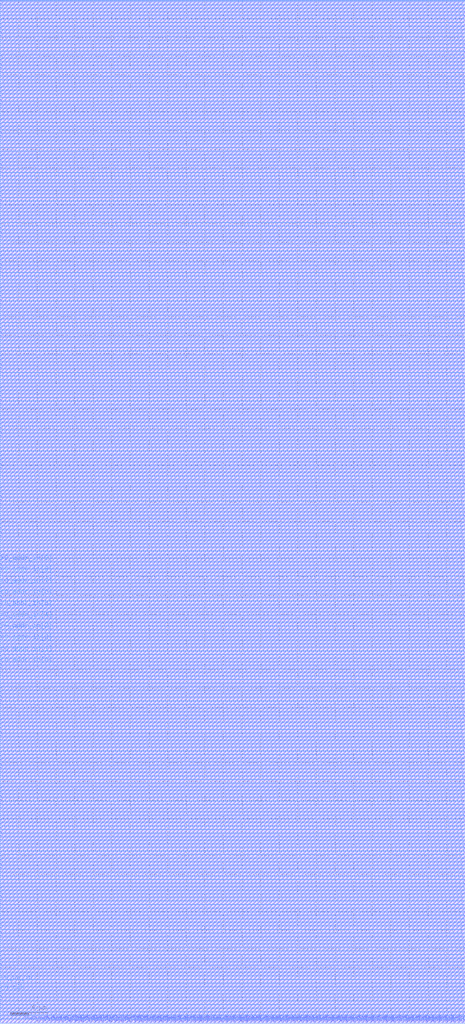
<source format=lef>
# Generated by OpenFakeRAM
VERSION 5.7 ;
BUSBITCHARS "[]" ;
PROPERTYDEFINITIONS
  MACRO width INTEGER ;
  MACRO depth INTEGER ;
  MACRO banks INTEGER ;
END PROPERTYDEFINITIONS
MACRO fakeram_1rw1r_64w1024d_sram
  PROPERTY width 64 ;
  PROPERTY depth 1024 ;
  PROPERTY banks 1 ;
  FOREIGN fakeram_1rw1r_64w1024d_sram 0 0 ;
  SYMMETRY X Y R90 ;
  SIZE 50.004 BY 110.016 ;
  CLASS BLOCK ;
  PIN r0_clk
    DIRECTION INPUT ;
    USE SIGNAL ;
    SHAPE ABUTMENT ;
    PORT
      LAYER M4 ;
      RECT 0.000 3.300 0.048 3.324 ;
    END
  END r0_clk
  PIN r0_ce_in
    DIRECTION INPUT ;
    USE SIGNAL ;
    SHAPE ABUTMENT ;
    PORT
      LAYER M4 ;
      RECT 0.000 4.356 0.048 4.380 ;
    END
  END r0_ce_in
  PIN r0_addr_in[0]
    DIRECTION INPUT ;
    USE SIGNAL ;
    SHAPE ABUTMENT ;
    PORT
      LAYER M4 ;
      RECT 0.000 38.532 0.048 38.556 ;
    END
  END r0_addr_in[0]
  PIN r0_addr_in[1]
    DIRECTION INPUT ;
    USE SIGNAL ;
    SHAPE ABUTMENT ;
    PORT
      LAYER M4 ;
      RECT 0.000 39.732 0.048 39.756 ;
    END
  END r0_addr_in[1]
  PIN r0_addr_in[2]
    DIRECTION INPUT ;
    USE SIGNAL ;
    SHAPE ABUTMENT ;
    PORT
      LAYER M4 ;
      RECT 0.000 40.980 0.048 41.004 ;
    END
  END r0_addr_in[2]
  PIN r0_addr_in[3]
    DIRECTION INPUT ;
    USE SIGNAL ;
    SHAPE ABUTMENT ;
    PORT
      LAYER M4 ;
      RECT 0.000 42.180 0.048 42.204 ;
    END
  END r0_addr_in[3]
  PIN r0_addr_in[4]
    DIRECTION INPUT ;
    USE SIGNAL ;
    SHAPE ABUTMENT ;
    PORT
      LAYER M4 ;
      RECT 0.000 43.380 0.048 43.404 ;
    END
  END r0_addr_in[4]
  PIN r0_addr_in[5]
    DIRECTION INPUT ;
    USE SIGNAL ;
    SHAPE ABUTMENT ;
    PORT
      LAYER M4 ;
      RECT 0.000 44.628 0.048 44.652 ;
    END
  END r0_addr_in[5]
  PIN r0_addr_in[6]
    DIRECTION INPUT ;
    USE SIGNAL ;
    SHAPE ABUTMENT ;
    PORT
      LAYER M4 ;
      RECT 0.000 45.828 0.048 45.852 ;
    END
  END r0_addr_in[6]
  PIN r0_addr_in[7]
    DIRECTION INPUT ;
    USE SIGNAL ;
    SHAPE ABUTMENT ;
    PORT
      LAYER M4 ;
      RECT 0.000 47.028 0.048 47.052 ;
    END
  END r0_addr_in[7]
  PIN r0_addr_in[8]
    DIRECTION INPUT ;
    USE SIGNAL ;
    SHAPE ABUTMENT ;
    PORT
      LAYER M4 ;
      RECT 0.000 48.276 0.048 48.300 ;
    END
  END r0_addr_in[8]
  PIN r0_addr_in[9]
    DIRECTION INPUT ;
    USE SIGNAL ;
    SHAPE ABUTMENT ;
    PORT
      LAYER M4 ;
      RECT 0.000 49.476 0.048 49.500 ;
    END
  END r0_addr_in[9]
  PIN rw0_rd_out[0]
    DIRECTION OUTPUT ;
    USE SIGNAL ;
    SHAPE ABUTMENT ;
    PORT
      LAYER M3 ;
      RECT 2.511 109.980 2.529 110.016 ;
    END
  END rw0_rd_out[0]
  PIN r0_rd_out[0]
    DIRECTION OUTPUT ;
    USE SIGNAL ;
    SHAPE ABUTMENT ;
    PORT
      LAYER M3 ;
      RECT 2.871 109.980 2.889 110.016 ;
    END
  END r0_rd_out[0]
  PIN rw0_rd_out[1]
    DIRECTION OUTPUT ;
    USE SIGNAL ;
    SHAPE ABUTMENT ;
    PORT
      LAYER M3 ;
      RECT 3.231 109.980 3.249 110.016 ;
    END
  END rw0_rd_out[1]
  PIN r0_rd_out[1]
    DIRECTION OUTPUT ;
    USE SIGNAL ;
    SHAPE ABUTMENT ;
    PORT
      LAYER M3 ;
      RECT 3.591 109.980 3.609 110.016 ;
    END
  END r0_rd_out[1]
  PIN rw0_rd_out[2]
    DIRECTION OUTPUT ;
    USE SIGNAL ;
    SHAPE ABUTMENT ;
    PORT
      LAYER M3 ;
      RECT 3.915 109.980 3.933 110.016 ;
    END
  END rw0_rd_out[2]
  PIN r0_rd_out[2]
    DIRECTION OUTPUT ;
    USE SIGNAL ;
    SHAPE ABUTMENT ;
    PORT
      LAYER M3 ;
      RECT 4.275 109.980 4.293 110.016 ;
    END
  END r0_rd_out[2]
  PIN rw0_rd_out[3]
    DIRECTION OUTPUT ;
    USE SIGNAL ;
    SHAPE ABUTMENT ;
    PORT
      LAYER M3 ;
      RECT 4.635 109.980 4.653 110.016 ;
    END
  END rw0_rd_out[3]
  PIN r0_rd_out[3]
    DIRECTION OUTPUT ;
    USE SIGNAL ;
    SHAPE ABUTMENT ;
    PORT
      LAYER M3 ;
      RECT 4.995 109.980 5.013 110.016 ;
    END
  END r0_rd_out[3]
  PIN rw0_rd_out[4]
    DIRECTION OUTPUT ;
    USE SIGNAL ;
    SHAPE ABUTMENT ;
    PORT
      LAYER M3 ;
      RECT 5.355 109.980 5.373 110.016 ;
    END
  END rw0_rd_out[4]
  PIN r0_rd_out[4]
    DIRECTION OUTPUT ;
    USE SIGNAL ;
    SHAPE ABUTMENT ;
    PORT
      LAYER M3 ;
      RECT 5.715 109.980 5.733 110.016 ;
    END
  END r0_rd_out[4]
  PIN rw0_rd_out[5]
    DIRECTION OUTPUT ;
    USE SIGNAL ;
    SHAPE ABUTMENT ;
    PORT
      LAYER M3 ;
      RECT 6.039 109.980 6.057 110.016 ;
    END
  END rw0_rd_out[5]
  PIN r0_rd_out[5]
    DIRECTION OUTPUT ;
    USE SIGNAL ;
    SHAPE ABUTMENT ;
    PORT
      LAYER M3 ;
      RECT 6.399 109.980 6.417 110.016 ;
    END
  END r0_rd_out[5]
  PIN rw0_rd_out[6]
    DIRECTION OUTPUT ;
    USE SIGNAL ;
    SHAPE ABUTMENT ;
    PORT
      LAYER M3 ;
      RECT 6.759 109.980 6.777 110.016 ;
    END
  END rw0_rd_out[6]
  PIN r0_rd_out[6]
    DIRECTION OUTPUT ;
    USE SIGNAL ;
    SHAPE ABUTMENT ;
    PORT
      LAYER M3 ;
      RECT 7.119 109.980 7.137 110.016 ;
    END
  END r0_rd_out[6]
  PIN rw0_rd_out[7]
    DIRECTION OUTPUT ;
    USE SIGNAL ;
    SHAPE ABUTMENT ;
    PORT
      LAYER M3 ;
      RECT 7.479 109.980 7.497 110.016 ;
    END
  END rw0_rd_out[7]
  PIN r0_rd_out[7]
    DIRECTION OUTPUT ;
    USE SIGNAL ;
    SHAPE ABUTMENT ;
    PORT
      LAYER M3 ;
      RECT 7.839 109.980 7.857 110.016 ;
    END
  END r0_rd_out[7]
  PIN rw0_rd_out[8]
    DIRECTION OUTPUT ;
    USE SIGNAL ;
    SHAPE ABUTMENT ;
    PORT
      LAYER M3 ;
      RECT 8.163 109.980 8.181 110.016 ;
    END
  END rw0_rd_out[8]
  PIN r0_rd_out[8]
    DIRECTION OUTPUT ;
    USE SIGNAL ;
    SHAPE ABUTMENT ;
    PORT
      LAYER M3 ;
      RECT 8.523 109.980 8.541 110.016 ;
    END
  END r0_rd_out[8]
  PIN rw0_rd_out[9]
    DIRECTION OUTPUT ;
    USE SIGNAL ;
    SHAPE ABUTMENT ;
    PORT
      LAYER M3 ;
      RECT 8.883 109.980 8.901 110.016 ;
    END
  END rw0_rd_out[9]
  PIN r0_rd_out[9]
    DIRECTION OUTPUT ;
    USE SIGNAL ;
    SHAPE ABUTMENT ;
    PORT
      LAYER M3 ;
      RECT 9.243 109.980 9.261 110.016 ;
    END
  END r0_rd_out[9]
  PIN rw0_rd_out[10]
    DIRECTION OUTPUT ;
    USE SIGNAL ;
    SHAPE ABUTMENT ;
    PORT
      LAYER M3 ;
      RECT 9.603 109.980 9.621 110.016 ;
    END
  END rw0_rd_out[10]
  PIN r0_rd_out[10]
    DIRECTION OUTPUT ;
    USE SIGNAL ;
    SHAPE ABUTMENT ;
    PORT
      LAYER M3 ;
      RECT 9.963 109.980 9.981 110.016 ;
    END
  END r0_rd_out[10]
  PIN rw0_rd_out[11]
    DIRECTION OUTPUT ;
    USE SIGNAL ;
    SHAPE ABUTMENT ;
    PORT
      LAYER M3 ;
      RECT 10.287 109.980 10.305 110.016 ;
    END
  END rw0_rd_out[11]
  PIN r0_rd_out[11]
    DIRECTION OUTPUT ;
    USE SIGNAL ;
    SHAPE ABUTMENT ;
    PORT
      LAYER M3 ;
      RECT 10.647 109.980 10.665 110.016 ;
    END
  END r0_rd_out[11]
  PIN rw0_rd_out[12]
    DIRECTION OUTPUT ;
    USE SIGNAL ;
    SHAPE ABUTMENT ;
    PORT
      LAYER M3 ;
      RECT 11.007 109.980 11.025 110.016 ;
    END
  END rw0_rd_out[12]
  PIN r0_rd_out[12]
    DIRECTION OUTPUT ;
    USE SIGNAL ;
    SHAPE ABUTMENT ;
    PORT
      LAYER M3 ;
      RECT 11.367 109.980 11.385 110.016 ;
    END
  END r0_rd_out[12]
  PIN rw0_rd_out[13]
    DIRECTION OUTPUT ;
    USE SIGNAL ;
    SHAPE ABUTMENT ;
    PORT
      LAYER M3 ;
      RECT 11.727 109.980 11.745 110.016 ;
    END
  END rw0_rd_out[13]
  PIN r0_rd_out[13]
    DIRECTION OUTPUT ;
    USE SIGNAL ;
    SHAPE ABUTMENT ;
    PORT
      LAYER M3 ;
      RECT 12.087 109.980 12.105 110.016 ;
    END
  END r0_rd_out[13]
  PIN rw0_rd_out[14]
    DIRECTION OUTPUT ;
    USE SIGNAL ;
    SHAPE ABUTMENT ;
    PORT
      LAYER M3 ;
      RECT 12.411 109.980 12.429 110.016 ;
    END
  END rw0_rd_out[14]
  PIN r0_rd_out[14]
    DIRECTION OUTPUT ;
    USE SIGNAL ;
    SHAPE ABUTMENT ;
    PORT
      LAYER M3 ;
      RECT 12.771 109.980 12.789 110.016 ;
    END
  END r0_rd_out[14]
  PIN rw0_rd_out[15]
    DIRECTION OUTPUT ;
    USE SIGNAL ;
    SHAPE ABUTMENT ;
    PORT
      LAYER M3 ;
      RECT 13.131 109.980 13.149 110.016 ;
    END
  END rw0_rd_out[15]
  PIN r0_rd_out[15]
    DIRECTION OUTPUT ;
    USE SIGNAL ;
    SHAPE ABUTMENT ;
    PORT
      LAYER M3 ;
      RECT 13.491 109.980 13.509 110.016 ;
    END
  END r0_rd_out[15]
  PIN rw0_rd_out[16]
    DIRECTION OUTPUT ;
    USE SIGNAL ;
    SHAPE ABUTMENT ;
    PORT
      LAYER M3 ;
      RECT 13.851 109.980 13.869 110.016 ;
    END
  END rw0_rd_out[16]
  PIN r0_rd_out[16]
    DIRECTION OUTPUT ;
    USE SIGNAL ;
    SHAPE ABUTMENT ;
    PORT
      LAYER M3 ;
      RECT 14.211 109.980 14.229 110.016 ;
    END
  END r0_rd_out[16]
  PIN rw0_rd_out[17]
    DIRECTION OUTPUT ;
    USE SIGNAL ;
    SHAPE ABUTMENT ;
    PORT
      LAYER M3 ;
      RECT 14.535 109.980 14.553 110.016 ;
    END
  END rw0_rd_out[17]
  PIN r0_rd_out[17]
    DIRECTION OUTPUT ;
    USE SIGNAL ;
    SHAPE ABUTMENT ;
    PORT
      LAYER M3 ;
      RECT 14.895 109.980 14.913 110.016 ;
    END
  END r0_rd_out[17]
  PIN rw0_rd_out[18]
    DIRECTION OUTPUT ;
    USE SIGNAL ;
    SHAPE ABUTMENT ;
    PORT
      LAYER M3 ;
      RECT 15.255 109.980 15.273 110.016 ;
    END
  END rw0_rd_out[18]
  PIN r0_rd_out[18]
    DIRECTION OUTPUT ;
    USE SIGNAL ;
    SHAPE ABUTMENT ;
    PORT
      LAYER M3 ;
      RECT 15.615 109.980 15.633 110.016 ;
    END
  END r0_rd_out[18]
  PIN rw0_rd_out[19]
    DIRECTION OUTPUT ;
    USE SIGNAL ;
    SHAPE ABUTMENT ;
    PORT
      LAYER M3 ;
      RECT 15.975 109.980 15.993 110.016 ;
    END
  END rw0_rd_out[19]
  PIN r0_rd_out[19]
    DIRECTION OUTPUT ;
    USE SIGNAL ;
    SHAPE ABUTMENT ;
    PORT
      LAYER M3 ;
      RECT 16.335 109.980 16.353 110.016 ;
    END
  END r0_rd_out[19]
  PIN rw0_rd_out[20]
    DIRECTION OUTPUT ;
    USE SIGNAL ;
    SHAPE ABUTMENT ;
    PORT
      LAYER M3 ;
      RECT 16.659 109.980 16.677 110.016 ;
    END
  END rw0_rd_out[20]
  PIN r0_rd_out[20]
    DIRECTION OUTPUT ;
    USE SIGNAL ;
    SHAPE ABUTMENT ;
    PORT
      LAYER M3 ;
      RECT 17.019 109.980 17.037 110.016 ;
    END
  END r0_rd_out[20]
  PIN rw0_rd_out[21]
    DIRECTION OUTPUT ;
    USE SIGNAL ;
    SHAPE ABUTMENT ;
    PORT
      LAYER M3 ;
      RECT 17.379 109.980 17.397 110.016 ;
    END
  END rw0_rd_out[21]
  PIN r0_rd_out[21]
    DIRECTION OUTPUT ;
    USE SIGNAL ;
    SHAPE ABUTMENT ;
    PORT
      LAYER M3 ;
      RECT 17.739 109.980 17.757 110.016 ;
    END
  END r0_rd_out[21]
  PIN rw0_rd_out[22]
    DIRECTION OUTPUT ;
    USE SIGNAL ;
    SHAPE ABUTMENT ;
    PORT
      LAYER M3 ;
      RECT 18.099 109.980 18.117 110.016 ;
    END
  END rw0_rd_out[22]
  PIN r0_rd_out[22]
    DIRECTION OUTPUT ;
    USE SIGNAL ;
    SHAPE ABUTMENT ;
    PORT
      LAYER M3 ;
      RECT 18.459 109.980 18.477 110.016 ;
    END
  END r0_rd_out[22]
  PIN rw0_rd_out[23]
    DIRECTION OUTPUT ;
    USE SIGNAL ;
    SHAPE ABUTMENT ;
    PORT
      LAYER M3 ;
      RECT 18.783 109.980 18.801 110.016 ;
    END
  END rw0_rd_out[23]
  PIN r0_rd_out[23]
    DIRECTION OUTPUT ;
    USE SIGNAL ;
    SHAPE ABUTMENT ;
    PORT
      LAYER M3 ;
      RECT 19.143 109.980 19.161 110.016 ;
    END
  END r0_rd_out[23]
  PIN rw0_rd_out[24]
    DIRECTION OUTPUT ;
    USE SIGNAL ;
    SHAPE ABUTMENT ;
    PORT
      LAYER M3 ;
      RECT 19.503 109.980 19.521 110.016 ;
    END
  END rw0_rd_out[24]
  PIN r0_rd_out[24]
    DIRECTION OUTPUT ;
    USE SIGNAL ;
    SHAPE ABUTMENT ;
    PORT
      LAYER M3 ;
      RECT 19.863 109.980 19.881 110.016 ;
    END
  END r0_rd_out[24]
  PIN rw0_rd_out[25]
    DIRECTION OUTPUT ;
    USE SIGNAL ;
    SHAPE ABUTMENT ;
    PORT
      LAYER M3 ;
      RECT 20.223 109.980 20.241 110.016 ;
    END
  END rw0_rd_out[25]
  PIN r0_rd_out[25]
    DIRECTION OUTPUT ;
    USE SIGNAL ;
    SHAPE ABUTMENT ;
    PORT
      LAYER M3 ;
      RECT 20.583 109.980 20.601 110.016 ;
    END
  END r0_rd_out[25]
  PIN rw0_rd_out[26]
    DIRECTION OUTPUT ;
    USE SIGNAL ;
    SHAPE ABUTMENT ;
    PORT
      LAYER M3 ;
      RECT 20.907 109.980 20.925 110.016 ;
    END
  END rw0_rd_out[26]
  PIN r0_rd_out[26]
    DIRECTION OUTPUT ;
    USE SIGNAL ;
    SHAPE ABUTMENT ;
    PORT
      LAYER M3 ;
      RECT 21.267 109.980 21.285 110.016 ;
    END
  END r0_rd_out[26]
  PIN rw0_rd_out[27]
    DIRECTION OUTPUT ;
    USE SIGNAL ;
    SHAPE ABUTMENT ;
    PORT
      LAYER M3 ;
      RECT 21.627 109.980 21.645 110.016 ;
    END
  END rw0_rd_out[27]
  PIN r0_rd_out[27]
    DIRECTION OUTPUT ;
    USE SIGNAL ;
    SHAPE ABUTMENT ;
    PORT
      LAYER M3 ;
      RECT 21.987 109.980 22.005 110.016 ;
    END
  END r0_rd_out[27]
  PIN rw0_rd_out[28]
    DIRECTION OUTPUT ;
    USE SIGNAL ;
    SHAPE ABUTMENT ;
    PORT
      LAYER M3 ;
      RECT 22.347 109.980 22.365 110.016 ;
    END
  END rw0_rd_out[28]
  PIN r0_rd_out[28]
    DIRECTION OUTPUT ;
    USE SIGNAL ;
    SHAPE ABUTMENT ;
    PORT
      LAYER M3 ;
      RECT 22.707 109.980 22.725 110.016 ;
    END
  END r0_rd_out[28]
  PIN rw0_rd_out[29]
    DIRECTION OUTPUT ;
    USE SIGNAL ;
    SHAPE ABUTMENT ;
    PORT
      LAYER M3 ;
      RECT 23.031 109.980 23.049 110.016 ;
    END
  END rw0_rd_out[29]
  PIN r0_rd_out[29]
    DIRECTION OUTPUT ;
    USE SIGNAL ;
    SHAPE ABUTMENT ;
    PORT
      LAYER M3 ;
      RECT 23.391 109.980 23.409 110.016 ;
    END
  END r0_rd_out[29]
  PIN rw0_rd_out[30]
    DIRECTION OUTPUT ;
    USE SIGNAL ;
    SHAPE ABUTMENT ;
    PORT
      LAYER M3 ;
      RECT 23.751 109.980 23.769 110.016 ;
    END
  END rw0_rd_out[30]
  PIN r0_rd_out[30]
    DIRECTION OUTPUT ;
    USE SIGNAL ;
    SHAPE ABUTMENT ;
    PORT
      LAYER M3 ;
      RECT 24.111 109.980 24.129 110.016 ;
    END
  END r0_rd_out[30]
  PIN rw0_rd_out[31]
    DIRECTION OUTPUT ;
    USE SIGNAL ;
    SHAPE ABUTMENT ;
    PORT
      LAYER M3 ;
      RECT 24.471 109.980 24.489 110.016 ;
    END
  END rw0_rd_out[31]
  PIN r0_rd_out[31]
    DIRECTION OUTPUT ;
    USE SIGNAL ;
    SHAPE ABUTMENT ;
    PORT
      LAYER M3 ;
      RECT 24.831 109.980 24.849 110.016 ;
    END
  END r0_rd_out[31]
  PIN rw0_rd_out[32]
    DIRECTION OUTPUT ;
    USE SIGNAL ;
    SHAPE ABUTMENT ;
    PORT
      LAYER M3 ;
      RECT 25.155 109.980 25.173 110.016 ;
    END
  END rw0_rd_out[32]
  PIN r0_rd_out[32]
    DIRECTION OUTPUT ;
    USE SIGNAL ;
    SHAPE ABUTMENT ;
    PORT
      LAYER M3 ;
      RECT 25.515 109.980 25.533 110.016 ;
    END
  END r0_rd_out[32]
  PIN rw0_rd_out[33]
    DIRECTION OUTPUT ;
    USE SIGNAL ;
    SHAPE ABUTMENT ;
    PORT
      LAYER M3 ;
      RECT 25.875 109.980 25.893 110.016 ;
    END
  END rw0_rd_out[33]
  PIN r0_rd_out[33]
    DIRECTION OUTPUT ;
    USE SIGNAL ;
    SHAPE ABUTMENT ;
    PORT
      LAYER M3 ;
      RECT 26.235 109.980 26.253 110.016 ;
    END
  END r0_rd_out[33]
  PIN rw0_rd_out[34]
    DIRECTION OUTPUT ;
    USE SIGNAL ;
    SHAPE ABUTMENT ;
    PORT
      LAYER M3 ;
      RECT 26.595 109.980 26.613 110.016 ;
    END
  END rw0_rd_out[34]
  PIN r0_rd_out[34]
    DIRECTION OUTPUT ;
    USE SIGNAL ;
    SHAPE ABUTMENT ;
    PORT
      LAYER M3 ;
      RECT 26.955 109.980 26.973 110.016 ;
    END
  END r0_rd_out[34]
  PIN rw0_rd_out[35]
    DIRECTION OUTPUT ;
    USE SIGNAL ;
    SHAPE ABUTMENT ;
    PORT
      LAYER M3 ;
      RECT 27.279 109.980 27.297 110.016 ;
    END
  END rw0_rd_out[35]
  PIN r0_rd_out[35]
    DIRECTION OUTPUT ;
    USE SIGNAL ;
    SHAPE ABUTMENT ;
    PORT
      LAYER M3 ;
      RECT 27.639 109.980 27.657 110.016 ;
    END
  END r0_rd_out[35]
  PIN rw0_rd_out[36]
    DIRECTION OUTPUT ;
    USE SIGNAL ;
    SHAPE ABUTMENT ;
    PORT
      LAYER M3 ;
      RECT 27.999 109.980 28.017 110.016 ;
    END
  END rw0_rd_out[36]
  PIN r0_rd_out[36]
    DIRECTION OUTPUT ;
    USE SIGNAL ;
    SHAPE ABUTMENT ;
    PORT
      LAYER M3 ;
      RECT 28.359 109.980 28.377 110.016 ;
    END
  END r0_rd_out[36]
  PIN rw0_rd_out[37]
    DIRECTION OUTPUT ;
    USE SIGNAL ;
    SHAPE ABUTMENT ;
    PORT
      LAYER M3 ;
      RECT 28.719 109.980 28.737 110.016 ;
    END
  END rw0_rd_out[37]
  PIN r0_rd_out[37]
    DIRECTION OUTPUT ;
    USE SIGNAL ;
    SHAPE ABUTMENT ;
    PORT
      LAYER M3 ;
      RECT 29.079 109.980 29.097 110.016 ;
    END
  END r0_rd_out[37]
  PIN rw0_rd_out[38]
    DIRECTION OUTPUT ;
    USE SIGNAL ;
    SHAPE ABUTMENT ;
    PORT
      LAYER M3 ;
      RECT 29.403 109.980 29.421 110.016 ;
    END
  END rw0_rd_out[38]
  PIN r0_rd_out[38]
    DIRECTION OUTPUT ;
    USE SIGNAL ;
    SHAPE ABUTMENT ;
    PORT
      LAYER M3 ;
      RECT 29.763 109.980 29.781 110.016 ;
    END
  END r0_rd_out[38]
  PIN rw0_rd_out[39]
    DIRECTION OUTPUT ;
    USE SIGNAL ;
    SHAPE ABUTMENT ;
    PORT
      LAYER M3 ;
      RECT 30.123 109.980 30.141 110.016 ;
    END
  END rw0_rd_out[39]
  PIN r0_rd_out[39]
    DIRECTION OUTPUT ;
    USE SIGNAL ;
    SHAPE ABUTMENT ;
    PORT
      LAYER M3 ;
      RECT 30.483 109.980 30.501 110.016 ;
    END
  END r0_rd_out[39]
  PIN rw0_rd_out[40]
    DIRECTION OUTPUT ;
    USE SIGNAL ;
    SHAPE ABUTMENT ;
    PORT
      LAYER M3 ;
      RECT 30.843 109.980 30.861 110.016 ;
    END
  END rw0_rd_out[40]
  PIN r0_rd_out[40]
    DIRECTION OUTPUT ;
    USE SIGNAL ;
    SHAPE ABUTMENT ;
    PORT
      LAYER M3 ;
      RECT 31.203 109.980 31.221 110.016 ;
    END
  END r0_rd_out[40]
  PIN rw0_rd_out[41]
    DIRECTION OUTPUT ;
    USE SIGNAL ;
    SHAPE ABUTMENT ;
    PORT
      LAYER M3 ;
      RECT 31.527 109.980 31.545 110.016 ;
    END
  END rw0_rd_out[41]
  PIN r0_rd_out[41]
    DIRECTION OUTPUT ;
    USE SIGNAL ;
    SHAPE ABUTMENT ;
    PORT
      LAYER M3 ;
      RECT 31.887 109.980 31.905 110.016 ;
    END
  END r0_rd_out[41]
  PIN rw0_rd_out[42]
    DIRECTION OUTPUT ;
    USE SIGNAL ;
    SHAPE ABUTMENT ;
    PORT
      LAYER M3 ;
      RECT 32.247 109.980 32.265 110.016 ;
    END
  END rw0_rd_out[42]
  PIN r0_rd_out[42]
    DIRECTION OUTPUT ;
    USE SIGNAL ;
    SHAPE ABUTMENT ;
    PORT
      LAYER M3 ;
      RECT 32.607 109.980 32.625 110.016 ;
    END
  END r0_rd_out[42]
  PIN rw0_rd_out[43]
    DIRECTION OUTPUT ;
    USE SIGNAL ;
    SHAPE ABUTMENT ;
    PORT
      LAYER M3 ;
      RECT 32.967 109.980 32.985 110.016 ;
    END
  END rw0_rd_out[43]
  PIN r0_rd_out[43]
    DIRECTION OUTPUT ;
    USE SIGNAL ;
    SHAPE ABUTMENT ;
    PORT
      LAYER M3 ;
      RECT 33.327 109.980 33.345 110.016 ;
    END
  END r0_rd_out[43]
  PIN rw0_rd_out[44]
    DIRECTION OUTPUT ;
    USE SIGNAL ;
    SHAPE ABUTMENT ;
    PORT
      LAYER M3 ;
      RECT 33.651 109.980 33.669 110.016 ;
    END
  END rw0_rd_out[44]
  PIN r0_rd_out[44]
    DIRECTION OUTPUT ;
    USE SIGNAL ;
    SHAPE ABUTMENT ;
    PORT
      LAYER M3 ;
      RECT 34.011 109.980 34.029 110.016 ;
    END
  END r0_rd_out[44]
  PIN rw0_rd_out[45]
    DIRECTION OUTPUT ;
    USE SIGNAL ;
    SHAPE ABUTMENT ;
    PORT
      LAYER M3 ;
      RECT 34.371 109.980 34.389 110.016 ;
    END
  END rw0_rd_out[45]
  PIN r0_rd_out[45]
    DIRECTION OUTPUT ;
    USE SIGNAL ;
    SHAPE ABUTMENT ;
    PORT
      LAYER M3 ;
      RECT 34.731 109.980 34.749 110.016 ;
    END
  END r0_rd_out[45]
  PIN rw0_rd_out[46]
    DIRECTION OUTPUT ;
    USE SIGNAL ;
    SHAPE ABUTMENT ;
    PORT
      LAYER M3 ;
      RECT 35.091 109.980 35.109 110.016 ;
    END
  END rw0_rd_out[46]
  PIN r0_rd_out[46]
    DIRECTION OUTPUT ;
    USE SIGNAL ;
    SHAPE ABUTMENT ;
    PORT
      LAYER M3 ;
      RECT 35.451 109.980 35.469 110.016 ;
    END
  END r0_rd_out[46]
  PIN rw0_rd_out[47]
    DIRECTION OUTPUT ;
    USE SIGNAL ;
    SHAPE ABUTMENT ;
    PORT
      LAYER M3 ;
      RECT 35.775 109.980 35.793 110.016 ;
    END
  END rw0_rd_out[47]
  PIN r0_rd_out[47]
    DIRECTION OUTPUT ;
    USE SIGNAL ;
    SHAPE ABUTMENT ;
    PORT
      LAYER M3 ;
      RECT 36.135 109.980 36.153 110.016 ;
    END
  END r0_rd_out[47]
  PIN rw0_rd_out[48]
    DIRECTION OUTPUT ;
    USE SIGNAL ;
    SHAPE ABUTMENT ;
    PORT
      LAYER M3 ;
      RECT 36.495 109.980 36.513 110.016 ;
    END
  END rw0_rd_out[48]
  PIN r0_rd_out[48]
    DIRECTION OUTPUT ;
    USE SIGNAL ;
    SHAPE ABUTMENT ;
    PORT
      LAYER M3 ;
      RECT 36.855 109.980 36.873 110.016 ;
    END
  END r0_rd_out[48]
  PIN rw0_rd_out[49]
    DIRECTION OUTPUT ;
    USE SIGNAL ;
    SHAPE ABUTMENT ;
    PORT
      LAYER M3 ;
      RECT 37.215 109.980 37.233 110.016 ;
    END
  END rw0_rd_out[49]
  PIN r0_rd_out[49]
    DIRECTION OUTPUT ;
    USE SIGNAL ;
    SHAPE ABUTMENT ;
    PORT
      LAYER M3 ;
      RECT 37.575 109.980 37.593 110.016 ;
    END
  END r0_rd_out[49]
  PIN rw0_rd_out[50]
    DIRECTION OUTPUT ;
    USE SIGNAL ;
    SHAPE ABUTMENT ;
    PORT
      LAYER M3 ;
      RECT 37.899 109.980 37.917 110.016 ;
    END
  END rw0_rd_out[50]
  PIN r0_rd_out[50]
    DIRECTION OUTPUT ;
    USE SIGNAL ;
    SHAPE ABUTMENT ;
    PORT
      LAYER M3 ;
      RECT 38.259 109.980 38.277 110.016 ;
    END
  END r0_rd_out[50]
  PIN rw0_rd_out[51]
    DIRECTION OUTPUT ;
    USE SIGNAL ;
    SHAPE ABUTMENT ;
    PORT
      LAYER M3 ;
      RECT 38.619 109.980 38.637 110.016 ;
    END
  END rw0_rd_out[51]
  PIN r0_rd_out[51]
    DIRECTION OUTPUT ;
    USE SIGNAL ;
    SHAPE ABUTMENT ;
    PORT
      LAYER M3 ;
      RECT 38.979 109.980 38.997 110.016 ;
    END
  END r0_rd_out[51]
  PIN rw0_rd_out[52]
    DIRECTION OUTPUT ;
    USE SIGNAL ;
    SHAPE ABUTMENT ;
    PORT
      LAYER M3 ;
      RECT 39.339 109.980 39.357 110.016 ;
    END
  END rw0_rd_out[52]
  PIN r0_rd_out[52]
    DIRECTION OUTPUT ;
    USE SIGNAL ;
    SHAPE ABUTMENT ;
    PORT
      LAYER M3 ;
      RECT 39.699 109.980 39.717 110.016 ;
    END
  END r0_rd_out[52]
  PIN rw0_rd_out[53]
    DIRECTION OUTPUT ;
    USE SIGNAL ;
    SHAPE ABUTMENT ;
    PORT
      LAYER M3 ;
      RECT 40.023 109.980 40.041 110.016 ;
    END
  END rw0_rd_out[53]
  PIN r0_rd_out[53]
    DIRECTION OUTPUT ;
    USE SIGNAL ;
    SHAPE ABUTMENT ;
    PORT
      LAYER M3 ;
      RECT 40.383 109.980 40.401 110.016 ;
    END
  END r0_rd_out[53]
  PIN rw0_rd_out[54]
    DIRECTION OUTPUT ;
    USE SIGNAL ;
    SHAPE ABUTMENT ;
    PORT
      LAYER M3 ;
      RECT 40.743 109.980 40.761 110.016 ;
    END
  END rw0_rd_out[54]
  PIN r0_rd_out[54]
    DIRECTION OUTPUT ;
    USE SIGNAL ;
    SHAPE ABUTMENT ;
    PORT
      LAYER M3 ;
      RECT 41.103 109.980 41.121 110.016 ;
    END
  END r0_rd_out[54]
  PIN rw0_rd_out[55]
    DIRECTION OUTPUT ;
    USE SIGNAL ;
    SHAPE ABUTMENT ;
    PORT
      LAYER M3 ;
      RECT 41.463 109.980 41.481 110.016 ;
    END
  END rw0_rd_out[55]
  PIN r0_rd_out[55]
    DIRECTION OUTPUT ;
    USE SIGNAL ;
    SHAPE ABUTMENT ;
    PORT
      LAYER M3 ;
      RECT 41.823 109.980 41.841 110.016 ;
    END
  END r0_rd_out[55]
  PIN rw0_rd_out[56]
    DIRECTION OUTPUT ;
    USE SIGNAL ;
    SHAPE ABUTMENT ;
    PORT
      LAYER M3 ;
      RECT 42.147 109.980 42.165 110.016 ;
    END
  END rw0_rd_out[56]
  PIN r0_rd_out[56]
    DIRECTION OUTPUT ;
    USE SIGNAL ;
    SHAPE ABUTMENT ;
    PORT
      LAYER M3 ;
      RECT 42.507 109.980 42.525 110.016 ;
    END
  END r0_rd_out[56]
  PIN rw0_rd_out[57]
    DIRECTION OUTPUT ;
    USE SIGNAL ;
    SHAPE ABUTMENT ;
    PORT
      LAYER M3 ;
      RECT 42.867 109.980 42.885 110.016 ;
    END
  END rw0_rd_out[57]
  PIN r0_rd_out[57]
    DIRECTION OUTPUT ;
    USE SIGNAL ;
    SHAPE ABUTMENT ;
    PORT
      LAYER M3 ;
      RECT 43.227 109.980 43.245 110.016 ;
    END
  END r0_rd_out[57]
  PIN rw0_rd_out[58]
    DIRECTION OUTPUT ;
    USE SIGNAL ;
    SHAPE ABUTMENT ;
    PORT
      LAYER M3 ;
      RECT 43.587 109.980 43.605 110.016 ;
    END
  END rw0_rd_out[58]
  PIN r0_rd_out[58]
    DIRECTION OUTPUT ;
    USE SIGNAL ;
    SHAPE ABUTMENT ;
    PORT
      LAYER M3 ;
      RECT 43.947 109.980 43.965 110.016 ;
    END
  END r0_rd_out[58]
  PIN rw0_rd_out[59]
    DIRECTION OUTPUT ;
    USE SIGNAL ;
    SHAPE ABUTMENT ;
    PORT
      LAYER M3 ;
      RECT 44.271 109.980 44.289 110.016 ;
    END
  END rw0_rd_out[59]
  PIN r0_rd_out[59]
    DIRECTION OUTPUT ;
    USE SIGNAL ;
    SHAPE ABUTMENT ;
    PORT
      LAYER M3 ;
      RECT 44.631 109.980 44.649 110.016 ;
    END
  END r0_rd_out[59]
  PIN rw0_rd_out[60]
    DIRECTION OUTPUT ;
    USE SIGNAL ;
    SHAPE ABUTMENT ;
    PORT
      LAYER M3 ;
      RECT 44.991 109.980 45.009 110.016 ;
    END
  END rw0_rd_out[60]
  PIN r0_rd_out[60]
    DIRECTION OUTPUT ;
    USE SIGNAL ;
    SHAPE ABUTMENT ;
    PORT
      LAYER M3 ;
      RECT 45.351 109.980 45.369 110.016 ;
    END
  END r0_rd_out[60]
  PIN rw0_rd_out[61]
    DIRECTION OUTPUT ;
    USE SIGNAL ;
    SHAPE ABUTMENT ;
    PORT
      LAYER M3 ;
      RECT 45.711 109.980 45.729 110.016 ;
    END
  END rw0_rd_out[61]
  PIN r0_rd_out[61]
    DIRECTION OUTPUT ;
    USE SIGNAL ;
    SHAPE ABUTMENT ;
    PORT
      LAYER M3 ;
      RECT 46.071 109.980 46.089 110.016 ;
    END
  END r0_rd_out[61]
  PIN rw0_rd_out[62]
    DIRECTION OUTPUT ;
    USE SIGNAL ;
    SHAPE ABUTMENT ;
    PORT
      LAYER M3 ;
      RECT 46.395 109.980 46.413 110.016 ;
    END
  END rw0_rd_out[62]
  PIN r0_rd_out[62]
    DIRECTION OUTPUT ;
    USE SIGNAL ;
    SHAPE ABUTMENT ;
    PORT
      LAYER M3 ;
      RECT 46.755 109.980 46.773 110.016 ;
    END
  END r0_rd_out[62]
  PIN rw0_rd_out[63]
    DIRECTION OUTPUT ;
    USE SIGNAL ;
    SHAPE ABUTMENT ;
    PORT
      LAYER M3 ;
      RECT 47.115 109.980 47.133 110.016 ;
    END
  END rw0_rd_out[63]
  PIN r0_rd_out[63]
    DIRECTION OUTPUT ;
    USE SIGNAL ;
    SHAPE ABUTMENT ;
    PORT
      LAYER M3 ;
      RECT 47.475 109.980 47.493 110.016 ;
    END
  END r0_rd_out[63]
  PIN rw0_clk
    DIRECTION INPUT ;
    USE SIGNAL ;
    SHAPE ABUTMENT ;
    PORT
      LAYER M4 ;
      RECT 49.956 99.060 50.004 99.084 ;
    END
  END rw0_clk
  PIN rw0_ce_in
    DIRECTION INPUT ;
    USE SIGNAL ;
    SHAPE ABUTMENT ;
    PORT
      LAYER M4 ;
      RECT 49.956 100.116 50.004 100.140 ;
    END
  END rw0_ce_in
  PIN rw0_we_in
    DIRECTION INPUT ;
    USE SIGNAL ;
    SHAPE ABUTMENT ;
    PORT
      LAYER M4 ;
      RECT 49.956 101.172 50.004 101.196 ;
    END
  END rw0_we_in
  PIN rw0_addr_in[0]
    DIRECTION INPUT ;
    USE SIGNAL ;
    SHAPE ABUTMENT ;
    PORT
      LAYER M4 ;
      RECT 49.956 16.548 50.004 16.572 ;
    END
  END rw0_addr_in[0]
  PIN rw0_addr_in[1]
    DIRECTION INPUT ;
    USE SIGNAL ;
    SHAPE ABUTMENT ;
    PORT
      LAYER M4 ;
      RECT 49.956 17.748 50.004 17.772 ;
    END
  END rw0_addr_in[1]
  PIN rw0_addr_in[2]
    DIRECTION INPUT ;
    USE SIGNAL ;
    SHAPE ABUTMENT ;
    PORT
      LAYER M4 ;
      RECT 49.956 18.996 50.004 19.020 ;
    END
  END rw0_addr_in[2]
  PIN rw0_addr_in[3]
    DIRECTION INPUT ;
    USE SIGNAL ;
    SHAPE ABUTMENT ;
    PORT
      LAYER M4 ;
      RECT 49.956 20.196 50.004 20.220 ;
    END
  END rw0_addr_in[3]
  PIN rw0_addr_in[4]
    DIRECTION INPUT ;
    USE SIGNAL ;
    SHAPE ABUTMENT ;
    PORT
      LAYER M4 ;
      RECT 49.956 21.396 50.004 21.420 ;
    END
  END rw0_addr_in[4]
  PIN rw0_addr_in[5]
    DIRECTION INPUT ;
    USE SIGNAL ;
    SHAPE ABUTMENT ;
    PORT
      LAYER M4 ;
      RECT 49.956 22.644 50.004 22.668 ;
    END
  END rw0_addr_in[5]
  PIN rw0_addr_in[6]
    DIRECTION INPUT ;
    USE SIGNAL ;
    SHAPE ABUTMENT ;
    PORT
      LAYER M4 ;
      RECT 49.956 23.844 50.004 23.868 ;
    END
  END rw0_addr_in[6]
  PIN rw0_addr_in[7]
    DIRECTION INPUT ;
    USE SIGNAL ;
    SHAPE ABUTMENT ;
    PORT
      LAYER M4 ;
      RECT 49.956 25.044 50.004 25.068 ;
    END
  END rw0_addr_in[7]
  PIN rw0_addr_in[8]
    DIRECTION INPUT ;
    USE SIGNAL ;
    SHAPE ABUTMENT ;
    PORT
      LAYER M4 ;
      RECT 49.956 26.292 50.004 26.316 ;
    END
  END rw0_addr_in[8]
  PIN rw0_addr_in[9]
    DIRECTION INPUT ;
    USE SIGNAL ;
    SHAPE ABUTMENT ;
    PORT
      LAYER M4 ;
      RECT 49.956 27.492 50.004 27.516 ;
    END
  END rw0_addr_in[9]
  PIN rw0_wd_in[0]
    DIRECTION INPUT ;
    USE SIGNAL ;
    SHAPE ABUTMENT ;
    PORT
      LAYER M3 ;
      RECT 2.511 0.000 2.529 0.036 ;
    END
  END rw0_wd_in[0]
  PIN rw0_wd_in[1]
    DIRECTION INPUT ;
    USE SIGNAL ;
    SHAPE ABUTMENT ;
    PORT
      LAYER M3 ;
      RECT 3.231 0.000 3.249 0.036 ;
    END
  END rw0_wd_in[1]
  PIN rw0_wd_in[2]
    DIRECTION INPUT ;
    USE SIGNAL ;
    SHAPE ABUTMENT ;
    PORT
      LAYER M3 ;
      RECT 3.951 0.000 3.969 0.036 ;
    END
  END rw0_wd_in[2]
  PIN rw0_wd_in[3]
    DIRECTION INPUT ;
    USE SIGNAL ;
    SHAPE ABUTMENT ;
    PORT
      LAYER M3 ;
      RECT 4.635 0.000 4.653 0.036 ;
    END
  END rw0_wd_in[3]
  PIN rw0_wd_in[4]
    DIRECTION INPUT ;
    USE SIGNAL ;
    SHAPE ABUTMENT ;
    PORT
      LAYER M3 ;
      RECT 5.355 0.000 5.373 0.036 ;
    END
  END rw0_wd_in[4]
  PIN rw0_wd_in[5]
    DIRECTION INPUT ;
    USE SIGNAL ;
    SHAPE ABUTMENT ;
    PORT
      LAYER M3 ;
      RECT 6.075 0.000 6.093 0.036 ;
    END
  END rw0_wd_in[5]
  PIN rw0_wd_in[6]
    DIRECTION INPUT ;
    USE SIGNAL ;
    SHAPE ABUTMENT ;
    PORT
      LAYER M3 ;
      RECT 6.795 0.000 6.813 0.036 ;
    END
  END rw0_wd_in[6]
  PIN rw0_wd_in[7]
    DIRECTION INPUT ;
    USE SIGNAL ;
    SHAPE ABUTMENT ;
    PORT
      LAYER M3 ;
      RECT 7.515 0.000 7.533 0.036 ;
    END
  END rw0_wd_in[7]
  PIN rw0_wd_in[8]
    DIRECTION INPUT ;
    USE SIGNAL ;
    SHAPE ABUTMENT ;
    PORT
      LAYER M3 ;
      RECT 8.235 0.000 8.253 0.036 ;
    END
  END rw0_wd_in[8]
  PIN rw0_wd_in[9]
    DIRECTION INPUT ;
    USE SIGNAL ;
    SHAPE ABUTMENT ;
    PORT
      LAYER M3 ;
      RECT 8.919 0.000 8.937 0.036 ;
    END
  END rw0_wd_in[9]
  PIN rw0_wd_in[10]
    DIRECTION INPUT ;
    USE SIGNAL ;
    SHAPE ABUTMENT ;
    PORT
      LAYER M3 ;
      RECT 9.639 0.000 9.657 0.036 ;
    END
  END rw0_wd_in[10]
  PIN rw0_wd_in[11]
    DIRECTION INPUT ;
    USE SIGNAL ;
    SHAPE ABUTMENT ;
    PORT
      LAYER M3 ;
      RECT 10.359 0.000 10.377 0.036 ;
    END
  END rw0_wd_in[11]
  PIN rw0_wd_in[12]
    DIRECTION INPUT ;
    USE SIGNAL ;
    SHAPE ABUTMENT ;
    PORT
      LAYER M3 ;
      RECT 11.079 0.000 11.097 0.036 ;
    END
  END rw0_wd_in[12]
  PIN rw0_wd_in[13]
    DIRECTION INPUT ;
    USE SIGNAL ;
    SHAPE ABUTMENT ;
    PORT
      LAYER M3 ;
      RECT 11.799 0.000 11.817 0.036 ;
    END
  END rw0_wd_in[13]
  PIN rw0_wd_in[14]
    DIRECTION INPUT ;
    USE SIGNAL ;
    SHAPE ABUTMENT ;
    PORT
      LAYER M3 ;
      RECT 12.519 0.000 12.537 0.036 ;
    END
  END rw0_wd_in[14]
  PIN rw0_wd_in[15]
    DIRECTION INPUT ;
    USE SIGNAL ;
    SHAPE ABUTMENT ;
    PORT
      LAYER M3 ;
      RECT 13.203 0.000 13.221 0.036 ;
    END
  END rw0_wd_in[15]
  PIN rw0_wd_in[16]
    DIRECTION INPUT ;
    USE SIGNAL ;
    SHAPE ABUTMENT ;
    PORT
      LAYER M3 ;
      RECT 13.923 0.000 13.941 0.036 ;
    END
  END rw0_wd_in[16]
  PIN rw0_wd_in[17]
    DIRECTION INPUT ;
    USE SIGNAL ;
    SHAPE ABUTMENT ;
    PORT
      LAYER M3 ;
      RECT 14.643 0.000 14.661 0.036 ;
    END
  END rw0_wd_in[17]
  PIN rw0_wd_in[18]
    DIRECTION INPUT ;
    USE SIGNAL ;
    SHAPE ABUTMENT ;
    PORT
      LAYER M3 ;
      RECT 15.363 0.000 15.381 0.036 ;
    END
  END rw0_wd_in[18]
  PIN rw0_wd_in[19]
    DIRECTION INPUT ;
    USE SIGNAL ;
    SHAPE ABUTMENT ;
    PORT
      LAYER M3 ;
      RECT 16.083 0.000 16.101 0.036 ;
    END
  END rw0_wd_in[19]
  PIN rw0_wd_in[20]
    DIRECTION INPUT ;
    USE SIGNAL ;
    SHAPE ABUTMENT ;
    PORT
      LAYER M3 ;
      RECT 16.803 0.000 16.821 0.036 ;
    END
  END rw0_wd_in[20]
  PIN rw0_wd_in[21]
    DIRECTION INPUT ;
    USE SIGNAL ;
    SHAPE ABUTMENT ;
    PORT
      LAYER M3 ;
      RECT 17.487 0.000 17.505 0.036 ;
    END
  END rw0_wd_in[21]
  PIN rw0_wd_in[22]
    DIRECTION INPUT ;
    USE SIGNAL ;
    SHAPE ABUTMENT ;
    PORT
      LAYER M3 ;
      RECT 18.207 0.000 18.225 0.036 ;
    END
  END rw0_wd_in[22]
  PIN rw0_wd_in[23]
    DIRECTION INPUT ;
    USE SIGNAL ;
    SHAPE ABUTMENT ;
    PORT
      LAYER M3 ;
      RECT 18.927 0.000 18.945 0.036 ;
    END
  END rw0_wd_in[23]
  PIN rw0_wd_in[24]
    DIRECTION INPUT ;
    USE SIGNAL ;
    SHAPE ABUTMENT ;
    PORT
      LAYER M3 ;
      RECT 19.647 0.000 19.665 0.036 ;
    END
  END rw0_wd_in[24]
  PIN rw0_wd_in[25]
    DIRECTION INPUT ;
    USE SIGNAL ;
    SHAPE ABUTMENT ;
    PORT
      LAYER M3 ;
      RECT 20.367 0.000 20.385 0.036 ;
    END
  END rw0_wd_in[25]
  PIN rw0_wd_in[26]
    DIRECTION INPUT ;
    USE SIGNAL ;
    SHAPE ABUTMENT ;
    PORT
      LAYER M3 ;
      RECT 21.051 0.000 21.069 0.036 ;
    END
  END rw0_wd_in[26]
  PIN rw0_wd_in[27]
    DIRECTION INPUT ;
    USE SIGNAL ;
    SHAPE ABUTMENT ;
    PORT
      LAYER M3 ;
      RECT 21.771 0.000 21.789 0.036 ;
    END
  END rw0_wd_in[27]
  PIN rw0_wd_in[28]
    DIRECTION INPUT ;
    USE SIGNAL ;
    SHAPE ABUTMENT ;
    PORT
      LAYER M3 ;
      RECT 22.491 0.000 22.509 0.036 ;
    END
  END rw0_wd_in[28]
  PIN rw0_wd_in[29]
    DIRECTION INPUT ;
    USE SIGNAL ;
    SHAPE ABUTMENT ;
    PORT
      LAYER M3 ;
      RECT 23.211 0.000 23.229 0.036 ;
    END
  END rw0_wd_in[29]
  PIN rw0_wd_in[30]
    DIRECTION INPUT ;
    USE SIGNAL ;
    SHAPE ABUTMENT ;
    PORT
      LAYER M3 ;
      RECT 23.931 0.000 23.949 0.036 ;
    END
  END rw0_wd_in[30]
  PIN rw0_wd_in[31]
    DIRECTION INPUT ;
    USE SIGNAL ;
    SHAPE ABUTMENT ;
    PORT
      LAYER M3 ;
      RECT 24.651 0.000 24.669 0.036 ;
    END
  END rw0_wd_in[31]
  PIN rw0_wd_in[32]
    DIRECTION INPUT ;
    USE SIGNAL ;
    SHAPE ABUTMENT ;
    PORT
      LAYER M3 ;
      RECT 25.335 0.000 25.353 0.036 ;
    END
  END rw0_wd_in[32]
  PIN rw0_wd_in[33]
    DIRECTION INPUT ;
    USE SIGNAL ;
    SHAPE ABUTMENT ;
    PORT
      LAYER M3 ;
      RECT 26.055 0.000 26.073 0.036 ;
    END
  END rw0_wd_in[33]
  PIN rw0_wd_in[34]
    DIRECTION INPUT ;
    USE SIGNAL ;
    SHAPE ABUTMENT ;
    PORT
      LAYER M3 ;
      RECT 26.775 0.000 26.793 0.036 ;
    END
  END rw0_wd_in[34]
  PIN rw0_wd_in[35]
    DIRECTION INPUT ;
    USE SIGNAL ;
    SHAPE ABUTMENT ;
    PORT
      LAYER M3 ;
      RECT 27.495 0.000 27.513 0.036 ;
    END
  END rw0_wd_in[35]
  PIN rw0_wd_in[36]
    DIRECTION INPUT ;
    USE SIGNAL ;
    SHAPE ABUTMENT ;
    PORT
      LAYER M3 ;
      RECT 28.215 0.000 28.233 0.036 ;
    END
  END rw0_wd_in[36]
  PIN rw0_wd_in[37]
    DIRECTION INPUT ;
    USE SIGNAL ;
    SHAPE ABUTMENT ;
    PORT
      LAYER M3 ;
      RECT 28.935 0.000 28.953 0.036 ;
    END
  END rw0_wd_in[37]
  PIN rw0_wd_in[38]
    DIRECTION INPUT ;
    USE SIGNAL ;
    SHAPE ABUTMENT ;
    PORT
      LAYER M3 ;
      RECT 29.619 0.000 29.637 0.036 ;
    END
  END rw0_wd_in[38]
  PIN rw0_wd_in[39]
    DIRECTION INPUT ;
    USE SIGNAL ;
    SHAPE ABUTMENT ;
    PORT
      LAYER M3 ;
      RECT 30.339 0.000 30.357 0.036 ;
    END
  END rw0_wd_in[39]
  PIN rw0_wd_in[40]
    DIRECTION INPUT ;
    USE SIGNAL ;
    SHAPE ABUTMENT ;
    PORT
      LAYER M3 ;
      RECT 31.059 0.000 31.077 0.036 ;
    END
  END rw0_wd_in[40]
  PIN rw0_wd_in[41]
    DIRECTION INPUT ;
    USE SIGNAL ;
    SHAPE ABUTMENT ;
    PORT
      LAYER M3 ;
      RECT 31.779 0.000 31.797 0.036 ;
    END
  END rw0_wd_in[41]
  PIN rw0_wd_in[42]
    DIRECTION INPUT ;
    USE SIGNAL ;
    SHAPE ABUTMENT ;
    PORT
      LAYER M3 ;
      RECT 32.499 0.000 32.517 0.036 ;
    END
  END rw0_wd_in[42]
  PIN rw0_wd_in[43]
    DIRECTION INPUT ;
    USE SIGNAL ;
    SHAPE ABUTMENT ;
    PORT
      LAYER M3 ;
      RECT 33.183 0.000 33.201 0.036 ;
    END
  END rw0_wd_in[43]
  PIN rw0_wd_in[44]
    DIRECTION INPUT ;
    USE SIGNAL ;
    SHAPE ABUTMENT ;
    PORT
      LAYER M3 ;
      RECT 33.903 0.000 33.921 0.036 ;
    END
  END rw0_wd_in[44]
  PIN rw0_wd_in[45]
    DIRECTION INPUT ;
    USE SIGNAL ;
    SHAPE ABUTMENT ;
    PORT
      LAYER M3 ;
      RECT 34.623 0.000 34.641 0.036 ;
    END
  END rw0_wd_in[45]
  PIN rw0_wd_in[46]
    DIRECTION INPUT ;
    USE SIGNAL ;
    SHAPE ABUTMENT ;
    PORT
      LAYER M3 ;
      RECT 35.343 0.000 35.361 0.036 ;
    END
  END rw0_wd_in[46]
  PIN rw0_wd_in[47]
    DIRECTION INPUT ;
    USE SIGNAL ;
    SHAPE ABUTMENT ;
    PORT
      LAYER M3 ;
      RECT 36.063 0.000 36.081 0.036 ;
    END
  END rw0_wd_in[47]
  PIN rw0_wd_in[48]
    DIRECTION INPUT ;
    USE SIGNAL ;
    SHAPE ABUTMENT ;
    PORT
      LAYER M3 ;
      RECT 36.783 0.000 36.801 0.036 ;
    END
  END rw0_wd_in[48]
  PIN rw0_wd_in[49]
    DIRECTION INPUT ;
    USE SIGNAL ;
    SHAPE ABUTMENT ;
    PORT
      LAYER M3 ;
      RECT 37.467 0.000 37.485 0.036 ;
    END
  END rw0_wd_in[49]
  PIN rw0_wd_in[50]
    DIRECTION INPUT ;
    USE SIGNAL ;
    SHAPE ABUTMENT ;
    PORT
      LAYER M3 ;
      RECT 38.187 0.000 38.205 0.036 ;
    END
  END rw0_wd_in[50]
  PIN rw0_wd_in[51]
    DIRECTION INPUT ;
    USE SIGNAL ;
    SHAPE ABUTMENT ;
    PORT
      LAYER M3 ;
      RECT 38.907 0.000 38.925 0.036 ;
    END
  END rw0_wd_in[51]
  PIN rw0_wd_in[52]
    DIRECTION INPUT ;
    USE SIGNAL ;
    SHAPE ABUTMENT ;
    PORT
      LAYER M3 ;
      RECT 39.627 0.000 39.645 0.036 ;
    END
  END rw0_wd_in[52]
  PIN rw0_wd_in[53]
    DIRECTION INPUT ;
    USE SIGNAL ;
    SHAPE ABUTMENT ;
    PORT
      LAYER M3 ;
      RECT 40.347 0.000 40.365 0.036 ;
    END
  END rw0_wd_in[53]
  PIN rw0_wd_in[54]
    DIRECTION INPUT ;
    USE SIGNAL ;
    SHAPE ABUTMENT ;
    PORT
      LAYER M3 ;
      RECT 41.067 0.000 41.085 0.036 ;
    END
  END rw0_wd_in[54]
  PIN rw0_wd_in[55]
    DIRECTION INPUT ;
    USE SIGNAL ;
    SHAPE ABUTMENT ;
    PORT
      LAYER M3 ;
      RECT 41.751 0.000 41.769 0.036 ;
    END
  END rw0_wd_in[55]
  PIN rw0_wd_in[56]
    DIRECTION INPUT ;
    USE SIGNAL ;
    SHAPE ABUTMENT ;
    PORT
      LAYER M3 ;
      RECT 42.471 0.000 42.489 0.036 ;
    END
  END rw0_wd_in[56]
  PIN rw0_wd_in[57]
    DIRECTION INPUT ;
    USE SIGNAL ;
    SHAPE ABUTMENT ;
    PORT
      LAYER M3 ;
      RECT 43.191 0.000 43.209 0.036 ;
    END
  END rw0_wd_in[57]
  PIN rw0_wd_in[58]
    DIRECTION INPUT ;
    USE SIGNAL ;
    SHAPE ABUTMENT ;
    PORT
      LAYER M3 ;
      RECT 43.911 0.000 43.929 0.036 ;
    END
  END rw0_wd_in[58]
  PIN rw0_wd_in[59]
    DIRECTION INPUT ;
    USE SIGNAL ;
    SHAPE ABUTMENT ;
    PORT
      LAYER M3 ;
      RECT 44.631 0.000 44.649 0.036 ;
    END
  END rw0_wd_in[59]
  PIN rw0_wd_in[60]
    DIRECTION INPUT ;
    USE SIGNAL ;
    SHAPE ABUTMENT ;
    PORT
      LAYER M3 ;
      RECT 45.351 0.000 45.369 0.036 ;
    END
  END rw0_wd_in[60]
  PIN rw0_wd_in[61]
    DIRECTION INPUT ;
    USE SIGNAL ;
    SHAPE ABUTMENT ;
    PORT
      LAYER M3 ;
      RECT 46.035 0.000 46.053 0.036 ;
    END
  END rw0_wd_in[61]
  PIN rw0_wd_in[62]
    DIRECTION INPUT ;
    USE SIGNAL ;
    SHAPE ABUTMENT ;
    PORT
      LAYER M3 ;
      RECT 46.755 0.000 46.773 0.036 ;
    END
  END rw0_wd_in[62]
  PIN rw0_wd_in[63]
    DIRECTION INPUT ;
    USE SIGNAL ;
    SHAPE ABUTMENT ;
    PORT
      LAYER M3 ;
      RECT 47.475 0.000 47.493 0.036 ;
    END
  END rw0_wd_in[63]
  PIN VSS
    DIRECTION INOUT ;
    USE GROUND ;
    PORT
      LAYER M4 ;
      RECT 0.096 0.816 49.908 0.912 ;
      RECT 0.096 1.584 49.908 1.680 ;
      RECT 0.096 2.352 49.908 2.448 ;
      RECT 0.096 3.120 49.908 3.216 ;
      RECT 0.096 3.888 49.908 3.984 ;
      RECT 0.096 4.656 49.908 4.752 ;
      RECT 0.096 5.424 49.908 5.520 ;
      RECT 0.096 6.192 49.908 6.288 ;
      RECT 0.096 6.960 49.908 7.056 ;
      RECT 0.096 7.728 49.908 7.824 ;
      RECT 0.096 8.496 49.908 8.592 ;
      RECT 0.096 9.264 49.908 9.360 ;
      RECT 0.096 10.032 49.908 10.128 ;
      RECT 0.096 10.800 49.908 10.896 ;
      RECT 0.096 11.568 49.908 11.664 ;
      RECT 0.096 12.336 49.908 12.432 ;
      RECT 0.096 13.104 49.908 13.200 ;
      RECT 0.096 13.872 49.908 13.968 ;
      RECT 0.096 14.640 49.908 14.736 ;
      RECT 0.096 15.408 49.908 15.504 ;
      RECT 0.096 16.176 49.908 16.272 ;
      RECT 0.096 16.944 49.908 17.040 ;
      RECT 0.096 17.712 49.908 17.808 ;
      RECT 0.096 18.480 49.908 18.576 ;
      RECT 0.096 19.248 49.908 19.344 ;
      RECT 0.096 20.016 49.908 20.112 ;
      RECT 0.096 20.784 49.908 20.880 ;
      RECT 0.096 21.552 49.908 21.648 ;
      RECT 0.096 22.320 49.908 22.416 ;
      RECT 0.096 23.088 49.908 23.184 ;
      RECT 0.096 23.856 49.908 23.952 ;
      RECT 0.096 24.624 49.908 24.720 ;
      RECT 0.096 25.392 49.908 25.488 ;
      RECT 0.096 26.160 49.908 26.256 ;
      RECT 0.096 26.928 49.908 27.024 ;
      RECT 0.096 27.696 49.908 27.792 ;
      RECT 0.096 28.464 49.908 28.560 ;
      RECT 0.096 29.232 49.908 29.328 ;
      RECT 0.096 30.000 49.908 30.096 ;
      RECT 0.096 30.768 49.908 30.864 ;
      RECT 0.096 31.536 49.908 31.632 ;
      RECT 0.096 32.304 49.908 32.400 ;
      RECT 0.096 33.072 49.908 33.168 ;
      RECT 0.096 33.840 49.908 33.936 ;
      RECT 0.096 34.608 49.908 34.704 ;
      RECT 0.096 35.376 49.908 35.472 ;
      RECT 0.096 36.144 49.908 36.240 ;
      RECT 0.096 36.912 49.908 37.008 ;
      RECT 0.096 37.680 49.908 37.776 ;
      RECT 0.096 38.448 49.908 38.544 ;
      RECT 0.096 39.216 49.908 39.312 ;
      RECT 0.096 39.984 49.908 40.080 ;
      RECT 0.096 40.752 49.908 40.848 ;
      RECT 0.096 41.520 49.908 41.616 ;
      RECT 0.096 42.288 49.908 42.384 ;
      RECT 0.096 43.056 49.908 43.152 ;
      RECT 0.096 43.824 49.908 43.920 ;
      RECT 0.096 44.592 49.908 44.688 ;
      RECT 0.096 45.360 49.908 45.456 ;
      RECT 0.096 46.128 49.908 46.224 ;
      RECT 0.096 46.896 49.908 46.992 ;
      RECT 0.096 47.664 49.908 47.760 ;
      RECT 0.096 48.432 49.908 48.528 ;
      RECT 0.096 49.200 49.908 49.296 ;
      RECT 0.096 49.968 49.908 50.064 ;
      RECT 0.096 50.736 49.908 50.832 ;
      RECT 0.096 51.504 49.908 51.600 ;
      RECT 0.096 52.272 49.908 52.368 ;
      RECT 0.096 53.040 49.908 53.136 ;
      RECT 0.096 53.808 49.908 53.904 ;
      RECT 0.096 54.576 49.908 54.672 ;
      RECT 0.096 55.344 49.908 55.440 ;
      RECT 0.096 56.112 49.908 56.208 ;
      RECT 0.096 56.880 49.908 56.976 ;
      RECT 0.096 57.648 49.908 57.744 ;
      RECT 0.096 58.416 49.908 58.512 ;
      RECT 0.096 59.184 49.908 59.280 ;
      RECT 0.096 59.952 49.908 60.048 ;
      RECT 0.096 60.720 49.908 60.816 ;
      RECT 0.096 61.488 49.908 61.584 ;
      RECT 0.096 62.256 49.908 62.352 ;
      RECT 0.096 63.024 49.908 63.120 ;
      RECT 0.096 63.792 49.908 63.888 ;
      RECT 0.096 64.560 49.908 64.656 ;
      RECT 0.096 65.328 49.908 65.424 ;
      RECT 0.096 66.096 49.908 66.192 ;
      RECT 0.096 66.864 49.908 66.960 ;
      RECT 0.096 67.632 49.908 67.728 ;
      RECT 0.096 68.400 49.908 68.496 ;
      RECT 0.096 69.168 49.908 69.264 ;
      RECT 0.096 69.936 49.908 70.032 ;
      RECT 0.096 70.704 49.908 70.800 ;
      RECT 0.096 71.472 49.908 71.568 ;
      RECT 0.096 72.240 49.908 72.336 ;
      RECT 0.096 73.008 49.908 73.104 ;
      RECT 0.096 73.776 49.908 73.872 ;
      RECT 0.096 74.544 49.908 74.640 ;
      RECT 0.096 75.312 49.908 75.408 ;
      RECT 0.096 76.080 49.908 76.176 ;
      RECT 0.096 76.848 49.908 76.944 ;
      RECT 0.096 77.616 49.908 77.712 ;
      RECT 0.096 78.384 49.908 78.480 ;
      RECT 0.096 79.152 49.908 79.248 ;
      RECT 0.096 79.920 49.908 80.016 ;
      RECT 0.096 80.688 49.908 80.784 ;
      RECT 0.096 81.456 49.908 81.552 ;
      RECT 0.096 82.224 49.908 82.320 ;
      RECT 0.096 82.992 49.908 83.088 ;
      RECT 0.096 83.760 49.908 83.856 ;
      RECT 0.096 84.528 49.908 84.624 ;
      RECT 0.096 85.296 49.908 85.392 ;
      RECT 0.096 86.064 49.908 86.160 ;
      RECT 0.096 86.832 49.908 86.928 ;
      RECT 0.096 87.600 49.908 87.696 ;
      RECT 0.096 88.368 49.908 88.464 ;
      RECT 0.096 89.136 49.908 89.232 ;
      RECT 0.096 89.904 49.908 90.000 ;
      RECT 0.096 90.672 49.908 90.768 ;
      RECT 0.096 91.440 49.908 91.536 ;
      RECT 0.096 92.208 49.908 92.304 ;
      RECT 0.096 92.976 49.908 93.072 ;
      RECT 0.096 93.744 49.908 93.840 ;
      RECT 0.096 94.512 49.908 94.608 ;
      RECT 0.096 95.280 49.908 95.376 ;
      RECT 0.096 96.048 49.908 96.144 ;
      RECT 0.096 96.816 49.908 96.912 ;
      RECT 0.096 97.584 49.908 97.680 ;
      RECT 0.096 98.352 49.908 98.448 ;
      RECT 0.096 99.120 49.908 99.216 ;
      RECT 0.096 99.888 49.908 99.984 ;
      RECT 0.096 100.656 49.908 100.752 ;
      RECT 0.096 101.424 49.908 101.520 ;
      RECT 0.096 102.192 49.908 102.288 ;
      RECT 0.096 102.960 49.908 103.056 ;
      RECT 0.096 103.728 49.908 103.824 ;
      RECT 0.096 104.496 49.908 104.592 ;
      RECT 0.096 105.264 49.908 105.360 ;
      RECT 0.096 106.032 49.908 106.128 ;
      RECT 0.096 106.800 49.908 106.896 ;
      RECT 0.096 107.568 49.908 107.664 ;
      RECT 0.096 108.336 49.908 108.432 ;
      RECT 0.096 109.104 49.908 109.200 ;
      RECT 0.096 109.872 49.908 109.968 ;
    END
  END VSS
  PIN VDD
    DIRECTION INOUT ;
    USE POWER ;
    PORT
      LAYER M4 ;
      RECT 0.096 0.432 49.908 0.528 ;
      RECT 0.096 1.200 49.908 1.296 ;
      RECT 0.096 1.968 49.908 2.064 ;
      RECT 0.096 2.736 49.908 2.832 ;
      RECT 0.096 3.504 49.908 3.600 ;
      RECT 0.096 4.272 49.908 4.368 ;
      RECT 0.096 5.040 49.908 5.136 ;
      RECT 0.096 5.808 49.908 5.904 ;
      RECT 0.096 6.576 49.908 6.672 ;
      RECT 0.096 7.344 49.908 7.440 ;
      RECT 0.096 8.112 49.908 8.208 ;
      RECT 0.096 8.880 49.908 8.976 ;
      RECT 0.096 9.648 49.908 9.744 ;
      RECT 0.096 10.416 49.908 10.512 ;
      RECT 0.096 11.184 49.908 11.280 ;
      RECT 0.096 11.952 49.908 12.048 ;
      RECT 0.096 12.720 49.908 12.816 ;
      RECT 0.096 13.488 49.908 13.584 ;
      RECT 0.096 14.256 49.908 14.352 ;
      RECT 0.096 15.024 49.908 15.120 ;
      RECT 0.096 15.792 49.908 15.888 ;
      RECT 0.096 16.560 49.908 16.656 ;
      RECT 0.096 17.328 49.908 17.424 ;
      RECT 0.096 18.096 49.908 18.192 ;
      RECT 0.096 18.864 49.908 18.960 ;
      RECT 0.096 19.632 49.908 19.728 ;
      RECT 0.096 20.400 49.908 20.496 ;
      RECT 0.096 21.168 49.908 21.264 ;
      RECT 0.096 21.936 49.908 22.032 ;
      RECT 0.096 22.704 49.908 22.800 ;
      RECT 0.096 23.472 49.908 23.568 ;
      RECT 0.096 24.240 49.908 24.336 ;
      RECT 0.096 25.008 49.908 25.104 ;
      RECT 0.096 25.776 49.908 25.872 ;
      RECT 0.096 26.544 49.908 26.640 ;
      RECT 0.096 27.312 49.908 27.408 ;
      RECT 0.096 28.080 49.908 28.176 ;
      RECT 0.096 28.848 49.908 28.944 ;
      RECT 0.096 29.616 49.908 29.712 ;
      RECT 0.096 30.384 49.908 30.480 ;
      RECT 0.096 31.152 49.908 31.248 ;
      RECT 0.096 31.920 49.908 32.016 ;
      RECT 0.096 32.688 49.908 32.784 ;
      RECT 0.096 33.456 49.908 33.552 ;
      RECT 0.096 34.224 49.908 34.320 ;
      RECT 0.096 34.992 49.908 35.088 ;
      RECT 0.096 35.760 49.908 35.856 ;
      RECT 0.096 36.528 49.908 36.624 ;
      RECT 0.096 37.296 49.908 37.392 ;
      RECT 0.096 38.064 49.908 38.160 ;
      RECT 0.096 38.832 49.908 38.928 ;
      RECT 0.096 39.600 49.908 39.696 ;
      RECT 0.096 40.368 49.908 40.464 ;
      RECT 0.096 41.136 49.908 41.232 ;
      RECT 0.096 41.904 49.908 42.000 ;
      RECT 0.096 42.672 49.908 42.768 ;
      RECT 0.096 43.440 49.908 43.536 ;
      RECT 0.096 44.208 49.908 44.304 ;
      RECT 0.096 44.976 49.908 45.072 ;
      RECT 0.096 45.744 49.908 45.840 ;
      RECT 0.096 46.512 49.908 46.608 ;
      RECT 0.096 47.280 49.908 47.376 ;
      RECT 0.096 48.048 49.908 48.144 ;
      RECT 0.096 48.816 49.908 48.912 ;
      RECT 0.096 49.584 49.908 49.680 ;
      RECT 0.096 50.352 49.908 50.448 ;
      RECT 0.096 51.120 49.908 51.216 ;
      RECT 0.096 51.888 49.908 51.984 ;
      RECT 0.096 52.656 49.908 52.752 ;
      RECT 0.096 53.424 49.908 53.520 ;
      RECT 0.096 54.192 49.908 54.288 ;
      RECT 0.096 54.960 49.908 55.056 ;
      RECT 0.096 55.728 49.908 55.824 ;
      RECT 0.096 56.496 49.908 56.592 ;
      RECT 0.096 57.264 49.908 57.360 ;
      RECT 0.096 58.032 49.908 58.128 ;
      RECT 0.096 58.800 49.908 58.896 ;
      RECT 0.096 59.568 49.908 59.664 ;
      RECT 0.096 60.336 49.908 60.432 ;
      RECT 0.096 61.104 49.908 61.200 ;
      RECT 0.096 61.872 49.908 61.968 ;
      RECT 0.096 62.640 49.908 62.736 ;
      RECT 0.096 63.408 49.908 63.504 ;
      RECT 0.096 64.176 49.908 64.272 ;
      RECT 0.096 64.944 49.908 65.040 ;
      RECT 0.096 65.712 49.908 65.808 ;
      RECT 0.096 66.480 49.908 66.576 ;
      RECT 0.096 67.248 49.908 67.344 ;
      RECT 0.096 68.016 49.908 68.112 ;
      RECT 0.096 68.784 49.908 68.880 ;
      RECT 0.096 69.552 49.908 69.648 ;
      RECT 0.096 70.320 49.908 70.416 ;
      RECT 0.096 71.088 49.908 71.184 ;
      RECT 0.096 71.856 49.908 71.952 ;
      RECT 0.096 72.624 49.908 72.720 ;
      RECT 0.096 73.392 49.908 73.488 ;
      RECT 0.096 74.160 49.908 74.256 ;
      RECT 0.096 74.928 49.908 75.024 ;
      RECT 0.096 75.696 49.908 75.792 ;
      RECT 0.096 76.464 49.908 76.560 ;
      RECT 0.096 77.232 49.908 77.328 ;
      RECT 0.096 78.000 49.908 78.096 ;
      RECT 0.096 78.768 49.908 78.864 ;
      RECT 0.096 79.536 49.908 79.632 ;
      RECT 0.096 80.304 49.908 80.400 ;
      RECT 0.096 81.072 49.908 81.168 ;
      RECT 0.096 81.840 49.908 81.936 ;
      RECT 0.096 82.608 49.908 82.704 ;
      RECT 0.096 83.376 49.908 83.472 ;
      RECT 0.096 84.144 49.908 84.240 ;
      RECT 0.096 84.912 49.908 85.008 ;
      RECT 0.096 85.680 49.908 85.776 ;
      RECT 0.096 86.448 49.908 86.544 ;
      RECT 0.096 87.216 49.908 87.312 ;
      RECT 0.096 87.984 49.908 88.080 ;
      RECT 0.096 88.752 49.908 88.848 ;
      RECT 0.096 89.520 49.908 89.616 ;
      RECT 0.096 90.288 49.908 90.384 ;
      RECT 0.096 91.056 49.908 91.152 ;
      RECT 0.096 91.824 49.908 91.920 ;
      RECT 0.096 92.592 49.908 92.688 ;
      RECT 0.096 93.360 49.908 93.456 ;
      RECT 0.096 94.128 49.908 94.224 ;
      RECT 0.096 94.896 49.908 94.992 ;
      RECT 0.096 95.664 49.908 95.760 ;
      RECT 0.096 96.432 49.908 96.528 ;
      RECT 0.096 97.200 49.908 97.296 ;
      RECT 0.096 97.968 49.908 98.064 ;
      RECT 0.096 98.736 49.908 98.832 ;
      RECT 0.096 99.504 49.908 99.600 ;
      RECT 0.096 100.272 49.908 100.368 ;
      RECT 0.096 101.040 49.908 101.136 ;
      RECT 0.096 101.808 49.908 101.904 ;
      RECT 0.096 102.576 49.908 102.672 ;
      RECT 0.096 103.344 49.908 103.440 ;
      RECT 0.096 104.112 49.908 104.208 ;
      RECT 0.096 104.880 49.908 104.976 ;
      RECT 0.096 105.648 49.908 105.744 ;
      RECT 0.096 106.416 49.908 106.512 ;
      RECT 0.096 107.184 49.908 107.280 ;
      RECT 0.096 107.952 49.908 108.048 ;
      RECT 0.096 108.720 49.908 108.816 ;
      RECT 0.096 109.488 49.908 109.584 ;
    END
  END VDD
  OBS
    LAYER M1 ;
    RECT 0 0 50.004 110.016 ;
    LAYER M2 ;
    RECT 0 0 50.004 110.016 ;
    LAYER M3 ;
    RECT 0 0 50.004 110.016 ;
    LAYER M4 ;
    RECT 0 0 50.004 110.016 ;
  END
END fakeram_1rw1r_64w1024d_sram

END LIBRARY

</source>
